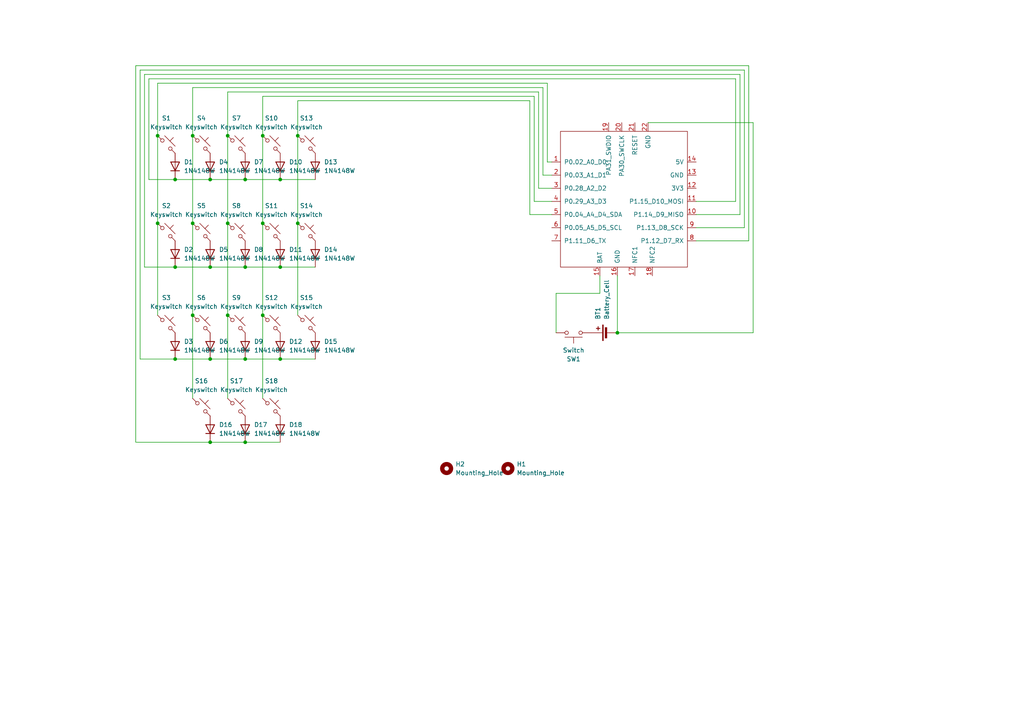
<source format=kicad_sch>
(kicad_sch (version 20231120) (generator "eeschema") (generator_version "8.0")
  (paper "A4")
  (lib_symbols
    (symbol "KiCAD_Device:Battery_Cell" (pin_numbers hide) (pin_names (offset 0) hide)
      (property "Reference" "BT" (at 2.54 2.54 0))
      (property "Value" "Battery_Cell" (at 2.54 0 0))
      (symbol "Battery_Cell_0_1"
        (rectangle (start -2.286 1.778) (end 2.286 1.524) (fill (type outline)))
        (rectangle (start -1.524 1.016) (end 1.524 0.508) (fill (type outline)))
        (polyline (pts (xy 0 0.762) (xy 0 0)))
        (polyline (pts (xy 0 1.778) (xy 0 2.54)))
        (polyline (pts (xy 0.762 3.048) (xy 1.778 3.048)) (stroke (width 0.254)))
        (polyline (pts (xy 1.27 3.556) (xy 1.27 2.54)) (stroke (width 0.254)))
      )
      (symbol "Battery_Cell_1_1"
        (pin passive line (at 0 5.08 270) (length 2.54) (name "+") (number "1"))
        (pin passive line (at 0 -2.54 90) (length 2.54) (name "-") (number "2"))
      )
    )
    (symbol "KiCAD_Diode:1N4148W" (pin_numbers hide) (pin_names hide)
      (property "Reference" "D" (at 0 2.54 0))
      (property "Value" "1N4148W" (at 0 -2.54 0))
      (symbol "1N4148W_0_1"
        (polyline (pts (xy -1.27 1.27) (xy -1.27 -1.27)) (stroke (width 0.254)))
        (polyline (pts (xy 1.27 0) (xy -1.27 0)))
        (polyline (pts (xy 1.27 1.27) (xy 1.27 -1.27) (xy -1.27 0) (xy 1.27 1.27)) (stroke (width 0.254)))
      )
      (symbol "1N4148W_1_1"
        (pin passive line (at -3.81 0 0) (length 2.54) (name "K") (number "1"))
        (pin passive line (at 3.81 0 180) (length 2.54) (name "A") (number "2"))
      )
    )
    (symbol "Scotto:Placeholder_Keyswitch" (pin_numbers hide) (pin_names (offset 1.016) hide)
      (property "Reference" "S" (at 3.048 1.016 0))
      (property "Value" "Keyswitch" (at 0 -3.81 0))
      (symbol "Placeholder_Keyswitch_0_1"
        (circle (center -1.1684 1.1684) (radius 0.508))
        (polyline (pts (xy -0.508 2.54) (xy 2.54 -0.508)))
        (polyline (pts (xy 1.016 1.016) (xy 2.032 2.032)))
        (polyline (pts (xy -2.54 2.54) (xy -1.524 1.524) (xy -1.524 1.524)))
        (polyline (pts (xy 1.524 -1.524) (xy 2.54 -2.54) (xy 2.54 -2.54) (xy 2.54 -2.54)))
        (circle (center 1.143 -1.1938) (radius 0.508))
        (pin passive line (at -2.54 2.54 0) (length 0) (name "1") (number "1"))
        (pin passive line (at 2.54 -2.54 180) (length 0) (name "2") (number "2"))
      )
    )
    (symbol "Scotto:Placeholder_Mounting_Hole" (pin_names (offset 1.016))
      (property "Reference" "H" (at 0 5.08 0))
      (property "Value" "Mounting_Hole" (at 0 3.175 0))
      (symbol "Placeholder_Mounting_Hole_0_1"
        (circle (center 0 0) (radius 1.27) (stroke (width 1.27)))
      )
    )
    (symbol "Scotto:Placeholder_Switch" (pin_numbers hide) (pin_names (offset 1.016) hide)
      (property "Reference" "SW" (at 1.27 2.54 0))
      (property "Value" "Switch" (at 0 -1.524 0))
      (symbol "Placeholder_Switch_0_1"
        (circle (center -2.032 0) (radius 0.508))
        (polyline (pts (xy 0 1.27) (xy 0 3.048)))
        (polyline (pts (xy 2.54 1.27) (xy -2.54 1.27)))
        (circle (center 2.032 0) (radius 0.508))
        (pin passive line (at -5.08 0 0) (length 2.54) (name "1") (number "1"))
        (pin passive line (at 5.08 0 180) (length 2.54) (name "2") (number "2"))
      )
    )
    (symbol "Seeed XIAO:XIAO-nRF52840-SMD" (pin_names (offset 1.016))
      (property "Reference" "U" (at -18.542 23.114 0))
      (property "Value" "XIAO-nRF52840-SMD" (at -8.636 21.336 0))
      (symbol "XIAO-nRF52840-SMD_0_1"
        (rectangle (start -19.05 20.32) (end 17.78 -19.05))
      )
      (symbol "XIAO-nRF52840-SMD_1_1"
        (pin passive line (at -21.59 11.43 0) (length 2.54) (name "P0.02_A0_D0") (number "1"))
        (pin passive line (at 20.32 -3.81 180) (length 2.54) (name "P1.14_D9_MISO") (number "10"))
        (pin passive line (at 20.32 0 180) (length 2.54) (name "P1.15_D10_MOSI") (number "11"))
        (pin passive line (at 20.32 3.81 180) (length 2.54) (name "3V3") (number "12"))
        (pin passive line (at 20.32 7.62 180) (length 2.54) (name "GND") (number "13"))
        (pin passive line (at 20.32 11.43 180) (length 2.54) (name "5V") (number "14"))
        (pin passive line (at -7.62 -21.59 90) (length 2.54) (name "BAT") (number "15"))
        (pin passive line (at -2.54 -21.59 90) (length 2.54) (name "GND") (number "16"))
        (pin passive line (at 2.54 -21.59 90) (length 2.54) (name "NFC1") (number "17"))
        (pin passive line (at 7.62 -21.59 90) (length 2.54) (name "NFC2") (number "18"))
        (pin passive line (at -5.08 22.86 270) (length 2.54) (name "PA31_SWDIO") (number "19"))
        (pin passive line (at -21.59 7.62 0) (length 2.54) (name "P0.03_A1_D1") (number "2"))
        (pin passive line (at -1.27 22.86 270) (length 2.54) (name "PA30_SWCLK") (number "20"))
        (pin passive line (at 2.54 22.86 270) (length 2.54) (name "RESET") (number "21"))
        (pin passive line (at 6.35 22.86 270) (length 2.54) (name "GND") (number "22"))
        (pin passive line (at -21.59 3.81 0) (length 2.54) (name "P0.28_A2_D2") (number "3"))
        (pin passive line (at -21.59 0 0) (length 2.54) (name "P0.29_A3_D3") (number "4"))
        (pin passive line (at -21.59 -3.81 0) (length 2.54) (name "P0.04_A4_D4_SDA") (number "5"))
        (pin passive line (at -21.59 -7.62 0) (length 2.54) (name "P0.05_A5_D5_SCL") (number "6"))
        (pin passive line (at -21.59 -11.43 0) (length 2.54) (name "P1.11_D6_TX") (number "7"))
        (pin passive line (at 20.32 -11.43 180) (length 2.54) (name "P1.12_D7_RX") (number "8"))
        (pin passive line (at 20.32 -7.62 180) (length 2.54) (name "P1.13_D8_SCK") (number "9"))
      )
    )
  )
  (junction (at 81.28 52.07))
  (junction (at 60.96 104.14))
  (junction (at 45.72 39.37))
  (junction (at 71.12 128.27))
  (junction (at 66.04 91.44))
  (junction (at 179.07 96.52))
  (junction (at 81.28 77.47))
  (junction (at 60.96 52.07))
  (junction (at 55.88 39.37))
  (junction (at 86.36 39.37))
  (junction (at 71.12 104.14))
  (junction (at 76.2 64.77))
  (junction (at 66.04 64.77))
  (junction (at 50.8 104.14))
  (junction (at 55.88 64.77))
  (junction (at 76.2 91.44))
  (junction (at 60.96 77.47))
  (junction (at 50.8 77.47))
  (junction (at 86.36 64.77))
  (junction (at 60.96 128.27))
  (junction (at 76.2 39.37))
  (junction (at 55.88 91.44))
  (junction (at 45.72 64.77))
  (junction (at 71.12 77.47))
  (junction (at 66.04 39.37))
  (junction (at 81.28 104.14))
  (junction (at 71.12 52.07))
  (junction (at 50.8 52.07))
  (wire (pts (xy 71.12 128.27) (xy 81.28 128.27)))
  (wire (pts (xy 86.36 29.21) (xy 153.67 29.21)))
  (wire (pts (xy 40.64 20.32) (xy 40.64 104.14)))
  (wire (pts (xy 173.99 85.09) (xy 161.29 85.09)))
  (wire (pts (xy 66.04 39.37) (xy 66.04 64.77)))
  (wire (pts (xy 179.07 80.01) (xy 179.07 96.52)))
  (wire (pts (xy 201.93 62.23) (xy 214.63 62.23)))
  (wire (pts (xy 213.36 22.86) (xy 43.18 22.86)))
  (wire (pts (xy 201.93 58.42) (xy 213.36 58.42)))
  (wire (pts (xy 39.37 19.05) (xy 39.37 128.27)))
  (wire (pts (xy 187.96 35.56) (xy 218.44 35.56)))
  (wire (pts (xy 50.8 104.14) (xy 60.96 104.14)))
  (wire (pts (xy 76.2 64.77) (xy 76.2 91.44)))
  (wire (pts (xy 160.02 46.99) (xy 158.75 46.99)))
  (wire (pts (xy 45.72 64.77) (xy 45.72 91.44)))
  (wire (pts (xy 218.44 35.56) (xy 218.44 96.52)))
  (wire (pts (xy 86.36 29.21) (xy 86.36 39.37)))
  (wire (pts (xy 50.8 52.07) (xy 60.96 52.07)))
  (wire (pts (xy 157.48 25.4) (xy 55.88 25.4)))
  (wire (pts (xy 86.36 64.77) (xy 86.36 91.44)))
  (wire (pts (xy 160.02 62.23) (xy 153.67 62.23)))
  (wire (pts (xy 41.91 21.59) (xy 41.91 77.47)))
  (wire (pts (xy 160.02 54.61) (xy 156.21 54.61)))
  (wire (pts (xy 60.96 104.14) (xy 71.12 104.14)))
  (wire (pts (xy 215.9 66.04) (xy 215.9 20.32)))
  (wire (pts (xy 201.93 66.04) (xy 215.9 66.04)))
  (wire (pts (xy 213.36 58.42) (xy 213.36 22.86)))
  (wire (pts (xy 215.9 20.32) (xy 40.64 20.32)))
  (wire (pts (xy 71.12 104.14) (xy 81.28 104.14)))
  (wire (pts (xy 76.2 91.44) (xy 76.2 115.57)))
  (wire (pts (xy 157.48 50.8) (xy 157.48 25.4)))
  (wire (pts (xy 41.91 77.47) (xy 50.8 77.47)))
  (wire (pts (xy 71.12 77.47) (xy 81.28 77.47)))
  (wire (pts (xy 158.75 24.13) (xy 45.72 24.13)))
  (wire (pts (xy 161.29 85.09) (xy 161.29 96.52)))
  (wire (pts (xy 55.88 39.37) (xy 55.88 64.77)))
  (wire (pts (xy 71.12 52.07) (xy 81.28 52.07)))
  (wire (pts (xy 60.96 77.47) (xy 71.12 77.47)))
  (wire (pts (xy 45.72 24.13) (xy 45.72 39.37)))
  (wire (pts (xy 214.63 21.59) (xy 41.91 21.59)))
  (wire (pts (xy 43.18 52.07) (xy 50.8 52.07)))
  (wire (pts (xy 45.72 39.37) (xy 45.72 64.77)))
  (wire (pts (xy 201.93 69.85) (xy 217.17 69.85)))
  (wire (pts (xy 217.17 19.05) (xy 39.37 19.05)))
  (wire (pts (xy 158.75 46.99) (xy 158.75 24.13)))
  (wire (pts (xy 60.96 128.27) (xy 71.12 128.27)))
  (wire (pts (xy 39.37 128.27) (xy 60.96 128.27)))
  (wire (pts (xy 55.88 91.44) (xy 55.88 115.57)))
  (wire (pts (xy 81.28 104.14) (xy 91.44 104.14)))
  (wire (pts (xy 81.28 52.07) (xy 91.44 52.07)))
  (wire (pts (xy 55.88 64.77) (xy 55.88 91.44)))
  (wire (pts (xy 66.04 64.77) (xy 66.04 91.44)))
  (wire (pts (xy 173.99 80.01) (xy 173.99 85.09)))
  (wire (pts (xy 60.96 52.07) (xy 71.12 52.07)))
  (wire (pts (xy 50.8 77.47) (xy 60.96 77.47)))
  (wire (pts (xy 66.04 26.67) (xy 66.04 39.37)))
  (wire (pts (xy 156.21 26.67) (xy 66.04 26.67)))
  (wire (pts (xy 76.2 27.94) (xy 76.2 39.37)))
  (wire (pts (xy 43.18 22.86) (xy 43.18 52.07)))
  (wire (pts (xy 214.63 62.23) (xy 214.63 21.59)))
  (wire (pts (xy 160.02 58.42) (xy 154.94 58.42)))
  (wire (pts (xy 86.36 39.37) (xy 86.36 64.77)))
  (wire (pts (xy 160.02 50.8) (xy 157.48 50.8)))
  (wire (pts (xy 154.94 27.94) (xy 76.2 27.94)))
  (wire (pts (xy 153.67 62.23) (xy 153.67 29.21)))
  (wire (pts (xy 217.17 69.85) (xy 217.17 19.05)))
  (wire (pts (xy 154.94 58.42) (xy 154.94 27.94)))
  (wire (pts (xy 76.2 39.37) (xy 76.2 64.77)))
  (wire (pts (xy 81.28 77.47) (xy 91.44 77.47)))
  (wire (pts (xy 55.88 25.4) (xy 55.88 39.37)))
  (wire (pts (xy 66.04 91.44) (xy 66.04 115.57)))
  (wire (pts (xy 218.44 96.52) (xy 179.07 96.52)))
  (wire (pts (xy 40.64 104.14) (xy 50.8 104.14)))
  (wire (pts (xy 156.21 54.61) (xy 156.21 26.67)))
  (symbol (lib_id "Scotto:Placeholder_Keyswitch") (at 78.74 41.91 0) (unit 1)
    (property "Reference" "S10" (at 78.74 34.29 0))
    (property "Value" "Keyswitch" (at 78.74 36.83 0))
    (property "Footprint" "mikefive:CPG1316S01D02_mikeholscher" (effects (hide yes)))
    (property "Description" "Push button switch, normally open, two pins, 45° tilted" (effects (hide yes)))
  )
  (symbol (lib_id "Scotto:Placeholder_Switch") (at 166.37 96.52 180) (unit 1)
    (property "Reference" "SW1" (at 166.37 104.14 0))
    (property "Value" "Switch" (at 166.37 101.6 0))
    (property "Footprint" "ScottoKeebs_Components:Switch_MSK12C02" (effects (hide yes)))
    (property "Description" "Push button switch, generic, two pins" (effects (hide yes)))
  )
  (symbol (lib_id "Scotto:Placeholder_Mounting_Hole") (at 147.32 135.89 0) (unit 1)
    (property "Reference" "H1" (at 149.86 134.6199 0) (effects (justify left)))
    (property "Value" "Mounting_Hole" (at 149.86 137.1599 0) (effects (justify left)))
    (property "Footprint" "ScottoKeebs_Scotto:Standoff_M2x6mm" (effects (hide yes)))
    (property "Description" "Mounting Hole without connection" (effects (hide yes)))
  )
  (symbol (lib_id "Scotto:Placeholder_Keyswitch") (at 58.42 41.91 0) (unit 1)
    (property "Reference" "S4" (at 58.42 34.29 0))
    (property "Value" "Keyswitch" (at 58.42 36.83 0))
    (property "Footprint" "mikefive:CPG1316S01D02_mikeholscher" (effects (hide yes)))
    (property "Description" "Push button switch, normally open, two pins, 45° tilted" (effects (hide yes)))
  )
  (symbol (lib_id "KiCAD_Diode:1N4148W") (at 60.96 48.26 90) (unit 1)
    (property "Reference" "D4" (at 63.5 46.9899 90) (effects (justify right)))
    (property "Value" "1N4148W" (at 63.5 49.5299 90) (effects (justify right)))
    (property "Footprint" "Diode_SMD:D_SOD-123" (effects (hide yes)))
    (property "Datasheet" "https://www.vishay.com/docs/85748/1n4148w.pdf" (effects (hide yes)))
    (property "Description" "75V 0.15A Fast Switching Diode, SOD-123" (effects (hide yes)))
    (property "Sim.Device" "D" (effects (hide yes)))
    (property "Sim.Pins" "1=K 2=A" (effects (hide yes)))
  )
  (symbol (lib_id "Scotto:Placeholder_Mounting_Hole") (at 129.54 135.89 0) (unit 1)
    (property "Reference" "H2" (at 132.08 134.6199 0) (effects (justify left)))
    (property "Value" "Mounting_Hole" (at 132.08 137.1599 0) (effects (justify left)))
    (property "Footprint" "ScottoKeebs_Scotto:Standoff_M2x6mm" (effects (hide yes)))
    (property "Description" "Mounting Hole without connection" (effects (hide yes)))
  )
  (symbol (lib_id "KiCAD_Diode:1N4148W") (at 91.44 73.66 90) (unit 1)
    (property "Reference" "D14" (at 93.98 72.3899 90) (effects (justify right)))
    (property "Value" "1N4148W" (at 93.98 74.9299 90) (effects (justify right)))
    (property "Footprint" "Diode_SMD:D_SOD-123" (effects (hide yes)))
    (property "Datasheet" "https://www.vishay.com/docs/85748/1n4148w.pdf" (effects (hide yes)))
    (property "Description" "75V 0.15A Fast Switching Diode, SOD-123" (effects (hide yes)))
    (property "Sim.Device" "D" (effects (hide yes)))
    (property "Sim.Pins" "1=K 2=A" (effects (hide yes)))
  )
  (symbol (lib_id "KiCAD_Diode:1N4148W") (at 81.28 124.46 90) (unit 1)
    (property "Reference" "D18" (at 83.82 123.1899 90) (effects (justify right)))
    (property "Value" "1N4148W" (at 83.82 125.7299 90) (effects (justify right)))
    (property "Footprint" "Diode_SMD:D_SOD-123" (effects (hide yes)))
    (property "Datasheet" "https://www.vishay.com/docs/85748/1n4148w.pdf" (effects (hide yes)))
    (property "Description" "75V 0.15A Fast Switching Diode, SOD-123" (effects (hide yes)))
    (property "Sim.Device" "D" (effects (hide yes)))
    (property "Sim.Pins" "1=K 2=A" (effects (hide yes)))
  )
  (symbol (lib_id "KiCAD_Diode:1N4148W") (at 50.8 73.66 90) (unit 1)
    (property "Reference" "D2" (at 53.34 72.3899 90) (effects (justify right)))
    (property "Value" "1N4148W" (at 53.34 74.9299 90) (effects (justify right)))
    (property "Footprint" "Diode_SMD:D_SOD-123" (effects (hide yes)))
    (property "Datasheet" "https://www.vishay.com/docs/85748/1n4148w.pdf" (effects (hide yes)))
    (property "Description" "75V 0.15A Fast Switching Diode, SOD-123" (effects (hide yes)))
    (property "Sim.Device" "D" (effects (hide yes)))
    (property "Sim.Pins" "1=K 2=A" (effects (hide yes)))
  )
  (symbol (lib_id "KiCAD_Diode:1N4148W") (at 60.96 124.46 90) (unit 1)
    (property "Reference" "D16" (at 63.5 123.1899 90) (effects (justify right)))
    (property "Value" "1N4148W" (at 63.5 125.7299 90) (effects (justify right)))
    (property "Footprint" "Diode_SMD:D_SOD-123" (effects (hide yes)))
    (property "Datasheet" "https://www.vishay.com/docs/85748/1n4148w.pdf" (effects (hide yes)))
    (property "Description" "75V 0.15A Fast Switching Diode, SOD-123" (effects (hide yes)))
    (property "Sim.Device" "D" (effects (hide yes)))
    (property "Sim.Pins" "1=K 2=A" (effects (hide yes)))
  )
  (symbol (lib_id "Scotto:Placeholder_Keyswitch") (at 68.58 67.31 0) (unit 1)
    (property "Reference" "S8" (at 68.58 59.69 0))
    (property "Value" "Keyswitch" (at 68.58 62.23 0))
    (property "Footprint" "mikefive:CPG1316S01D02_mikeholscher" (effects (hide yes)))
    (property "Description" "Push button switch, normally open, two pins, 45° tilted" (effects (hide yes)))
  )
  (symbol (lib_id "Scotto:Placeholder_Keyswitch") (at 78.74 67.31 0) (unit 1)
    (property "Reference" "S11" (at 78.74 59.69 0))
    (property "Value" "Keyswitch" (at 78.74 62.23 0))
    (property "Footprint" "mikefive:CPG1316S01D02_mikeholscher" (effects (hide yes)))
    (property "Description" "Push button switch, normally open, two pins, 45° tilted" (effects (hide yes)))
  )
  (symbol (lib_id "KiCAD_Diode:1N4148W") (at 91.44 100.33 90) (unit 1)
    (property "Reference" "D15" (at 93.98 99.0599 90) (effects (justify right)))
    (property "Value" "1N4148W" (at 93.98 101.5999 90) (effects (justify right)))
    (property "Footprint" "Diode_SMD:D_SOD-123" (effects (hide yes)))
    (property "Datasheet" "https://www.vishay.com/docs/85748/1n4148w.pdf" (effects (hide yes)))
    (property "Description" "75V 0.15A Fast Switching Diode, SOD-123" (effects (hide yes)))
    (property "Sim.Device" "D" (effects (hide yes)))
    (property "Sim.Pins" "1=K 2=A" (effects (hide yes)))
  )
  (symbol (lib_id "Scotto:Placeholder_Keyswitch") (at 48.26 67.31 0) (unit 1)
    (property "Reference" "S2" (at 48.26 59.69 0))
    (property "Value" "Keyswitch" (at 48.26 62.23 0))
    (property "Footprint" "mikefive:CPG1316S01D02_mikeholscher" (effects (hide yes)))
    (property "Description" "Push button switch, normally open, two pins, 45° tilted" (effects (hide yes)))
  )
  (symbol (lib_id "Scotto:Placeholder_Keyswitch") (at 48.26 41.91 0) (unit 1)
    (property "Reference" "S1" (at 48.26 34.29 0))
    (property "Value" "Keyswitch" (at 48.26 36.83 0))
    (property "Footprint" "mikefive:CPG1316S01D02_mikeholscher" (effects (hide yes)))
    (property "Description" "Push button switch, normally open, two pins, 45° tilted" (effects (hide yes)))
  )
  (symbol (lib_id "KiCAD_Diode:1N4148W") (at 60.96 73.66 90) (unit 1)
    (property "Reference" "D5" (at 63.5 72.3899 90) (effects (justify right)))
    (property "Value" "1N4148W" (at 63.5 74.9299 90) (effects (justify right)))
    (property "Footprint" "Diode_SMD:D_SOD-123" (effects (hide yes)))
    (property "Datasheet" "https://www.vishay.com/docs/85748/1n4148w.pdf" (effects (hide yes)))
    (property "Description" "75V 0.15A Fast Switching Diode, SOD-123" (effects (hide yes)))
    (property "Sim.Device" "D" (effects (hide yes)))
    (property "Sim.Pins" "1=K 2=A" (effects (hide yes)))
  )
  (symbol (lib_id "Scotto:Placeholder_Keyswitch") (at 68.58 41.91 0) (unit 1)
    (property "Reference" "S7" (at 68.58 34.29 0))
    (property "Value" "Keyswitch" (at 68.58 36.83 0))
    (property "Footprint" "mikefive:CPG1316S01D02_mikeholscher" (effects (hide yes)))
    (property "Description" "Push button switch, normally open, two pins, 45° tilted" (effects (hide yes)))
  )
  (symbol (lib_id "Seeed XIAO:XIAO-nRF52840-SMD") (at 181.61 58.42 0) (unit 1)
    (property "Reference" "U2" (effects (hide yes)))
    (property "Value" "XIAO-nRF52840-SMD" (effects (hide yes)))
    (property "Footprint" "Seeed XIAO:XIAO-nRF52840-SMD" (effects (hide yes)))
  )
  (symbol (lib_id "Scotto:Placeholder_Keyswitch") (at 58.42 118.11 0) (unit 1)
    (property "Reference" "S16" (at 58.42 110.49 0))
    (property "Value" "Keyswitch" (at 58.42 113.03 0))
    (property "Footprint" "mikefive:CPG1316S01D02_mikeholscher" (effects (hide yes)))
    (property "Description" "Push button switch, normally open, two pins, 45° tilted" (effects (hide yes)))
  )
  (symbol (lib_id "Scotto:Placeholder_Keyswitch") (at 78.74 93.98 0) (unit 1)
    (property "Reference" "S12" (at 78.74 86.36 0))
    (property "Value" "Keyswitch" (at 78.74 88.9 0))
    (property "Footprint" "mikefive:CPG1316S01D02_mikeholscher" (effects (hide yes)))
    (property "Description" "Push button switch, normally open, two pins, 45° tilted" (effects (hide yes)))
  )
  (symbol (lib_id "KiCAD_Diode:1N4148W") (at 91.44 48.26 90) (unit 1)
    (property "Reference" "D13" (at 93.98 46.9899 90) (effects (justify right)))
    (property "Value" "1N4148W" (at 93.98 49.5299 90) (effects (justify right)))
    (property "Footprint" "Diode_SMD:D_SOD-123" (effects (hide yes)))
    (property "Datasheet" "https://www.vishay.com/docs/85748/1n4148w.pdf" (effects (hide yes)))
    (property "Description" "75V 0.15A Fast Switching Diode, SOD-123" (effects (hide yes)))
    (property "Sim.Device" "D" (effects (hide yes)))
    (property "Sim.Pins" "1=K 2=A" (effects (hide yes)))
  )
  (symbol (lib_id "KiCAD_Diode:1N4148W") (at 71.12 48.26 90) (unit 1)
    (property "Reference" "D7" (at 73.66 46.9899 90) (effects (justify right)))
    (property "Value" "1N4148W" (at 73.66 49.5299 90) (effects (justify right)))
    (property "Footprint" "Diode_SMD:D_SOD-123" (effects (hide yes)))
    (property "Datasheet" "https://www.vishay.com/docs/85748/1n4148w.pdf" (effects (hide yes)))
    (property "Description" "75V 0.15A Fast Switching Diode, SOD-123" (effects (hide yes)))
    (property "Sim.Device" "D" (effects (hide yes)))
    (property "Sim.Pins" "1=K 2=A" (effects (hide yes)))
  )
  (symbol (lib_id "KiCAD_Device:Battery_Cell") (at 176.53 96.52 90) (unit 1)
    (property "Reference" "BT1" (at 173.4184 92.71 0) (effects (justify left)))
    (property "Value" "Battery_Cell" (at 175.9584 92.71 0) (effects (justify left)))
    (property "Footprint" "KiCAD_Wire:SolderWire-0.5sqmm_1x02_P4.6mm_D0.9mm_OD2.1mm" (effects (hide yes)))
    (property "Description" "Single-cell battery" (effects (hide yes)))
  )
  (symbol (lib_id "Scotto:Placeholder_Keyswitch") (at 78.74 118.11 0) (unit 1)
    (property "Reference" "S18" (at 78.74 110.49 0))
    (property "Value" "Keyswitch" (at 78.74 113.03 0))
    (property "Footprint" "mikefive:CPG1316S01D02_mikeholscher" (effects (hide yes)))
    (property "Description" "Push button switch, normally open, two pins, 45° tilted" (effects (hide yes)))
  )
  (symbol (lib_id "Scotto:Placeholder_Keyswitch") (at 88.9 93.98 0) (unit 1)
    (property "Reference" "S15" (at 88.9 86.36 0))
    (property "Value" "Keyswitch" (at 88.9 88.9 0))
    (property "Footprint" "mikefive:CPG1316S01D02_mikeholscher" (effects (hide yes)))
    (property "Description" "Push button switch, normally open, two pins, 45° tilted" (effects (hide yes)))
  )
  (symbol (lib_id "KiCAD_Diode:1N4148W") (at 81.28 48.26 90) (unit 1)
    (property "Reference" "D10" (at 83.82 46.9899 90) (effects (justify right)))
    (property "Value" "1N4148W" (at 83.82 49.5299 90) (effects (justify right)))
    (property "Footprint" "Diode_SMD:D_SOD-123" (effects (hide yes)))
    (property "Datasheet" "https://www.vishay.com/docs/85748/1n4148w.pdf" (effects (hide yes)))
    (property "Description" "75V 0.15A Fast Switching Diode, SOD-123" (effects (hide yes)))
    (property "Sim.Device" "D" (effects (hide yes)))
    (property "Sim.Pins" "1=K 2=A" (effects (hide yes)))
  )
  (symbol (lib_id "Scotto:Placeholder_Keyswitch") (at 58.42 67.31 0) (unit 1)
    (property "Reference" "S5" (at 58.42 59.69 0))
    (property "Value" "Keyswitch" (at 58.42 62.23 0))
    (property "Footprint" "mikefive:CPG1316S01D02_mikeholscher" (effects (hide yes)))
    (property "Description" "Push button switch, normally open, two pins, 45° tilted" (effects (hide yes)))
  )
  (symbol (lib_id "Scotto:Placeholder_Keyswitch") (at 58.42 93.98 0) (unit 1)
    (property "Reference" "S6" (at 58.42 86.36 0))
    (property "Value" "Keyswitch" (at 58.42 88.9 0))
    (property "Footprint" "mikefive:CPG1316S01D02_mikeholscher" (effects (hide yes)))
    (property "Description" "Push button switch, normally open, two pins, 45° tilted" (effects (hide yes)))
  )
  (symbol (lib_id "KiCAD_Diode:1N4148W") (at 71.12 124.46 90) (unit 1)
    (property "Reference" "D17" (at 73.66 123.1899 90) (effects (justify right)))
    (property "Value" "1N4148W" (at 73.66 125.7299 90) (effects (justify right)))
    (property "Footprint" "Diode_SMD:D_SOD-123" (effects (hide yes)))
    (property "Datasheet" "https://www.vishay.com/docs/85748/1n4148w.pdf" (effects (hide yes)))
    (property "Description" "75V 0.15A Fast Switching Diode, SOD-123" (effects (hide yes)))
    (property "Sim.Device" "D" (effects (hide yes)))
    (property "Sim.Pins" "1=K 2=A" (effects (hide yes)))
  )
  (symbol (lib_id "Scotto:Placeholder_Keyswitch") (at 68.58 118.11 0) (unit 1)
    (property "Reference" "S17" (at 68.58 110.49 0))
    (property "Value" "Keyswitch" (at 68.58 113.03 0))
    (property "Footprint" "mikefive:CPG1316S01D02_mikeholscher" (effects (hide yes)))
    (property "Description" "Push button switch, normally open, two pins, 45° tilted" (effects (hide yes)))
  )
  (symbol (lib_id "KiCAD_Diode:1N4148W") (at 50.8 100.33 90) (unit 1)
    (property "Reference" "D3" (at 53.34 99.0599 90) (effects (justify right)))
    (property "Value" "1N4148W" (at 53.34 101.5999 90) (effects (justify right)))
    (property "Footprint" "Diode_SMD:D_SOD-123" (effects (hide yes)))
    (property "Datasheet" "https://www.vishay.com/docs/85748/1n4148w.pdf" (effects (hide yes)))
    (property "Description" "75V 0.15A Fast Switching Diode, SOD-123" (effects (hide yes)))
    (property "Sim.Device" "D" (effects (hide yes)))
    (property "Sim.Pins" "1=K 2=A" (effects (hide yes)))
  )
  (symbol (lib_id "KiCAD_Diode:1N4148W") (at 81.28 73.66 90) (unit 1)
    (property "Reference" "D11" (at 83.82 72.3899 90) (effects (justify right)))
    (property "Value" "1N4148W" (at 83.82 74.9299 90) (effects (justify right)))
    (property "Footprint" "Diode_SMD:D_SOD-123" (effects (hide yes)))
    (property "Datasheet" "https://www.vishay.com/docs/85748/1n4148w.pdf" (effects (hide yes)))
    (property "Description" "75V 0.15A Fast Switching Diode, SOD-123" (effects (hide yes)))
    (property "Sim.Device" "D" (effects (hide yes)))
    (property "Sim.Pins" "1=K 2=A" (effects (hide yes)))
  )
  (symbol (lib_id "Scotto:Placeholder_Keyswitch") (at 68.58 93.98 0) (unit 1)
    (property "Reference" "S9" (at 68.58 86.36 0))
    (property "Value" "Keyswitch" (at 68.58 88.9 0))
    (property "Footprint" "mikefive:CPG1316S01D02_mikeholscher" (effects (hide yes)))
    (property "Description" "Push button switch, normally open, two pins, 45° tilted" (effects (hide yes)))
  )
  (symbol (lib_id "Scotto:Placeholder_Keyswitch") (at 48.26 93.98 0) (unit 1)
    (property "Reference" "S3" (at 48.26 86.36 0))
    (property "Value" "Keyswitch" (at 48.26 88.9 0))
    (property "Footprint" "mikefive:CPG1316S01D02_mikeholscher" (effects (hide yes)))
    (property "Description" "Push button switch, normally open, two pins, 45° tilted" (effects (hide yes)))
  )
  (symbol (lib_id "Scotto:Placeholder_Keyswitch") (at 88.9 41.91 0) (unit 1)
    (property "Reference" "S13" (at 88.9 34.29 0))
    (property "Value" "Keyswitch" (at 88.9 36.83 0))
    (property "Footprint" "mikefive:CPG1316S01D02_mikeholscher" (effects (hide yes)))
    (property "Description" "Push button switch, normally open, two pins, 45° tilted" (effects (hide yes)))
  )
  (symbol (lib_id "KiCAD_Diode:1N4148W") (at 60.96 100.33 90) (unit 1)
    (property "Reference" "D6" (at 63.5 99.0599 90) (effects (justify right)))
    (property "Value" "1N4148W" (at 63.5 101.5999 90) (effects (justify right)))
    (property "Footprint" "Diode_SMD:D_SOD-123" (effects (hide yes)))
    (property "Datasheet" "https://www.vishay.com/docs/85748/1n4148w.pdf" (effects (hide yes)))
    (property "Description" "75V 0.15A Fast Switching Diode, SOD-123" (effects (hide yes)))
    (property "Sim.Device" "D" (effects (hide yes)))
    (property "Sim.Pins" "1=K 2=A" (effects (hide yes)))
  )
  (symbol (lib_id "KiCAD_Diode:1N4148W") (at 71.12 100.33 90) (unit 1)
    (property "Reference" "D9" (at 73.66 99.0599 90) (effects (justify right)))
    (property "Value" "1N4148W" (at 73.66 101.5999 90) (effects (justify right)))
    (property "Footprint" "Diode_SMD:D_SOD-123" (effects (hide yes)))
    (property "Datasheet" "https://www.vishay.com/docs/85748/1n4148w.pdf" (effects (hide yes)))
    (property "Description" "75V 0.15A Fast Switching Diode, SOD-123" (effects (hide yes)))
    (property "Sim.Device" "D" (effects (hide yes)))
    (property "Sim.Pins" "1=K 2=A" (effects (hide yes)))
  )
  (symbol (lib_id "Scotto:Placeholder_Keyswitch") (at 88.9 67.31 0) (unit 1)
    (property "Reference" "S14" (at 88.9 59.69 0))
    (property "Value" "Keyswitch" (at 88.9 62.23 0))
    (property "Footprint" "mikefive:CPG1316S01D02_mikeholscher" (effects (hide yes)))
    (property "Description" "Push button switch, normally open, two pins, 45° tilted" (effects (hide yes)))
  )
  (symbol (lib_id "KiCAD_Diode:1N4148W") (at 71.12 73.66 90) (unit 1)
    (property "Reference" "D8" (at 73.66 72.3899 90) (effects (justify right)))
    (property "Value" "1N4148W" (at 73.66 74.9299 90) (effects (justify right)))
    (property "Footprint" "Diode_SMD:D_SOD-123" (effects (hide yes)))
    (property "Datasheet" "https://www.vishay.com/docs/85748/1n4148w.pdf" (effects (hide yes)))
    (property "Description" "75V 0.15A Fast Switching Diode, SOD-123" (effects (hide yes)))
    (property "Sim.Device" "D" (effects (hide yes)))
    (property "Sim.Pins" "1=K 2=A" (effects (hide yes)))
  )
  (symbol (lib_id "KiCAD_Diode:1N4148W") (at 81.28 100.33 90) (unit 1)
    (property "Reference" "D12" (at 83.82 99.0599 90) (effects (justify right)))
    (property "Value" "1N4148W" (at 83.82 101.5999 90) (effects (justify right)))
    (property "Footprint" "Diode_SMD:D_SOD-123" (effects (hide yes)))
    (property "Datasheet" "https://www.vishay.com/docs/85748/1n4148w.pdf" (effects (hide yes)))
    (property "Description" "75V 0.15A Fast Switching Diode, SOD-123" (effects (hide yes)))
    (property "Sim.Device" "D" (effects (hide yes)))
    (property "Sim.Pins" "1=K 2=A" (effects (hide yes)))
  )
  (symbol (lib_id "KiCAD_Diode:1N4148W") (at 50.8 48.26 90) (unit 1)
    (property "Reference" "D1" (at 53.34 46.9899 90) (effects (justify right)))
    (property "Value" "1N4148W" (at 53.34 49.5299 90) (effects (justify right)))
    (property "Footprint" "Diode_SMD:D_SOD-123" (effects (hide yes)))
    (property "Datasheet" "https://www.vishay.com/docs/85748/1n4148w.pdf" (effects (hide yes)))
    (property "Description" "75V 0.15A Fast Switching Diode, SOD-123" (effects (hide yes)))
    (property "Sim.Device" "D" (effects (hide yes)))
    (property "Sim.Pins" "1=K 2=A" (effects (hide yes)))
  )
)
</source>
